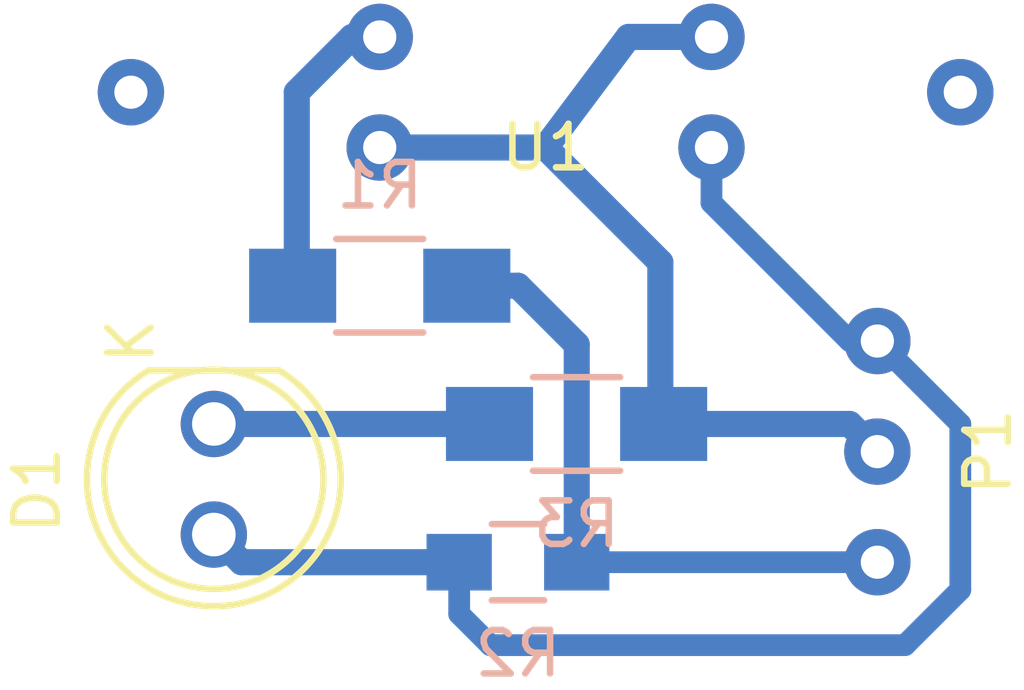
<source format=kicad_pcb>
(kicad_pcb (version 4) (host pcbnew 4.0.4+e1-6308~48~ubuntu16.04.1-stable)

  (general
    (links 10)
    (no_connects 0)
    (area 10.201 12.36 36 28.575)
    (thickness 1.6)
    (drawings 0)
    (tracks 27)
    (zones 0)
    (modules 6)
    (nets 6)
  )

  (page A4)
  (layers
    (0 F.Cu signal)
    (31 B.Cu signal)
    (32 B.Adhes user)
    (33 F.Adhes user)
    (34 B.Paste user)
    (35 F.Paste user)
    (36 B.SilkS user)
    (37 F.SilkS user)
    (38 B.Mask user)
    (39 F.Mask user)
    (40 Dwgs.User user)
    (41 Cmts.User user)
    (42 Eco1.User user)
    (43 Eco2.User user)
    (44 Edge.Cuts user)
    (45 Margin user)
    (46 B.CrtYd user)
    (47 F.CrtYd user)
    (48 B.Fab user)
    (49 F.Fab user)
  )

  (setup
    (last_trace_width 0.5)
    (trace_clearance 0.2)
    (zone_clearance 0.508)
    (zone_45_only no)
    (trace_min 0.2)
    (segment_width 0.2)
    (edge_width 0.15)
    (via_size 2)
    (via_drill 0.5)
    (via_min_size 0.4)
    (via_min_drill 0.3)
    (uvia_size 2)
    (uvia_drill 0.1)
    (uvias_allowed no)
    (uvia_min_size 0.2)
    (uvia_min_drill 0.1)
    (pcb_text_width 0.3)
    (pcb_text_size 1.5 1.5)
    (mod_edge_width 0.15)
    (mod_text_size 1 1)
    (mod_text_width 0.15)
    (pad_size 1.524 1.524)
    (pad_drill 0.762)
    (pad_to_mask_clearance 0.2)
    (aux_axis_origin 0 0)
    (grid_origin 12.065 12.065)
    (visible_elements FFFFFF7F)
    (pcbplotparams
      (layerselection 0x00030_80000001)
      (usegerberextensions false)
      (excludeedgelayer true)
      (linewidth 0.200000)
      (plotframeref false)
      (viasonmask false)
      (mode 1)
      (useauxorigin false)
      (hpglpennumber 1)
      (hpglpenspeed 20)
      (hpglpendiameter 15)
      (hpglpenoverlay 2)
      (psnegative false)
      (psa4output false)
      (plotreference true)
      (plotvalue true)
      (plotinvisibletext false)
      (padsonsilk false)
      (subtractmaskfromsilk false)
      (outputformat 1)
      (mirror false)
      (drillshape 1)
      (scaleselection 1)
      (outputdirectory ""))
  )

  (net 0 "")
  (net 1 "Net-(D1-Pad1)")
  (net 2 "Net-(D1-Pad2)")
  (net 3 +5V)
  (net 4 GND)
  (net 5 "Net-(R1-Pad2)")

  (net_class Default "This is the default net class."
    (clearance 0.2)
    (trace_width 0.5)
    (via_dia 2)
    (via_drill 0.5)
    (uvia_dia 2)
    (uvia_drill 0.1)
    (add_net +5V)
    (add_net GND)
    (add_net "Net-(D1-Pad1)")
    (add_net "Net-(D1-Pad2)")
    (add_net "Net-(R1-Pad2)")
  )

  (module endstop_002:conn3 (layer F.Cu) (tedit 5824EA46) (tstamp 5824EAC0)
    (at 30.48 22.86 90)
    (path /5824E15C)
    (fp_text reference P1 (at 0 2.54 90) (layer F.SilkS)
      (effects (font (size 1 1) (thickness 0.15)))
    )
    (fp_text value CONN_01X03 (at 0 -2.54 90) (layer F.Fab)
      (effects (font (size 1 1) (thickness 0.15)))
    )
    (pad 1 thru_hole circle (at -2.54 0 90) (size 1.524 1.524) (drill 0.762) (layers *.Cu *.Mask)
      (net 3 +5V))
    (pad 2 thru_hole circle (at 0 0 90) (size 1.524 1.524) (drill 0.762) (layers *.Cu *.Mask)
      (net 4 GND))
    (pad 3 thru_hole circle (at 2.54 0 90) (size 1.524 1.524) (drill 0.762) (layers *.Cu *.Mask)
      (net 2 "Net-(D1-Pad2)"))
  )

  (module Resistors_SMD:R_1206_HandSoldering (layer B.Cu) (tedit 5418A20D) (tstamp 5824EAC6)
    (at 19.05 19.05 180)
    (descr "Resistor SMD 1206, hand soldering")
    (tags "resistor 1206")
    (path /5824E059)
    (attr smd)
    (fp_text reference R1 (at 0 2.3 180) (layer B.SilkS)
      (effects (font (size 1 1) (thickness 0.15)) (justify mirror))
    )
    (fp_text value 180 (at 0 -2.3 180) (layer B.Fab)
      (effects (font (size 1 1) (thickness 0.15)) (justify mirror))
    )
    (fp_line (start -3.3 1.2) (end 3.3 1.2) (layer B.CrtYd) (width 0.05))
    (fp_line (start -3.3 -1.2) (end 3.3 -1.2) (layer B.CrtYd) (width 0.05))
    (fp_line (start -3.3 1.2) (end -3.3 -1.2) (layer B.CrtYd) (width 0.05))
    (fp_line (start 3.3 1.2) (end 3.3 -1.2) (layer B.CrtYd) (width 0.05))
    (fp_line (start 1 -1.075) (end -1 -1.075) (layer B.SilkS) (width 0.15))
    (fp_line (start -1 1.075) (end 1 1.075) (layer B.SilkS) (width 0.15))
    (pad 1 smd rect (at -2 0 180) (size 2 1.7) (layers B.Cu B.Paste B.Mask)
      (net 3 +5V))
    (pad 2 smd rect (at 2 0 180) (size 2 1.7) (layers B.Cu B.Paste B.Mask)
      (net 5 "Net-(R1-Pad2)"))
    (model Resistors_SMD.3dshapes/R_1206_HandSoldering.wrl
      (at (xyz 0 0 0))
      (scale (xyz 1 1 1))
      (rotate (xyz 0 0 0))
    )
  )

  (module Resistors_SMD:R_0805_HandSoldering (layer B.Cu) (tedit 54189DEE) (tstamp 5824EACC)
    (at 22.225 25.4)
    (descr "Resistor SMD 0805, hand soldering")
    (tags "resistor 0805")
    (path /5824E0B1)
    (attr smd)
    (fp_text reference R2 (at 0 2.1) (layer B.SilkS)
      (effects (font (size 1 1) (thickness 0.15)) (justify mirror))
    )
    (fp_text value 1k (at 0 -2.1) (layer B.Fab)
      (effects (font (size 1 1) (thickness 0.15)) (justify mirror))
    )
    (fp_line (start -2.4 1) (end 2.4 1) (layer B.CrtYd) (width 0.05))
    (fp_line (start -2.4 -1) (end 2.4 -1) (layer B.CrtYd) (width 0.05))
    (fp_line (start -2.4 1) (end -2.4 -1) (layer B.CrtYd) (width 0.05))
    (fp_line (start 2.4 1) (end 2.4 -1) (layer B.CrtYd) (width 0.05))
    (fp_line (start 0.6 -0.875) (end -0.6 -0.875) (layer B.SilkS) (width 0.15))
    (fp_line (start -0.6 0.875) (end 0.6 0.875) (layer B.SilkS) (width 0.15))
    (pad 1 smd rect (at -1.35 0) (size 1.5 1.3) (layers B.Cu B.Paste B.Mask)
      (net 2 "Net-(D1-Pad2)"))
    (pad 2 smd rect (at 1.35 0) (size 1.5 1.3) (layers B.Cu B.Paste B.Mask)
      (net 3 +5V))
    (model Resistors_SMD.3dshapes/R_0805_HandSoldering.wrl
      (at (xyz 0 0 0))
      (scale (xyz 1 1 1))
      (rotate (xyz 0 0 0))
    )
  )

  (module Resistors_SMD:R_1206_HandSoldering (layer B.Cu) (tedit 5418A20D) (tstamp 5824EAD2)
    (at 23.5712 22.225)
    (descr "Resistor SMD 1206, hand soldering")
    (tags "resistor 1206")
    (path /5824E0E8)
    (attr smd)
    (fp_text reference R3 (at 0 2.3) (layer B.SilkS)
      (effects (font (size 1 1) (thickness 0.15)) (justify mirror))
    )
    (fp_text value 2.2k (at 0 -2.3) (layer B.Fab)
      (effects (font (size 1 1) (thickness 0.15)) (justify mirror))
    )
    (fp_line (start -3.3 1.2) (end 3.3 1.2) (layer B.CrtYd) (width 0.05))
    (fp_line (start -3.3 -1.2) (end 3.3 -1.2) (layer B.CrtYd) (width 0.05))
    (fp_line (start -3.3 1.2) (end -3.3 -1.2) (layer B.CrtYd) (width 0.05))
    (fp_line (start 3.3 1.2) (end 3.3 -1.2) (layer B.CrtYd) (width 0.05))
    (fp_line (start 1 -1.075) (end -1 -1.075) (layer B.SilkS) (width 0.15))
    (fp_line (start -1 1.075) (end 1 1.075) (layer B.SilkS) (width 0.15))
    (pad 1 smd rect (at -2 0) (size 2 1.7) (layers B.Cu B.Paste B.Mask)
      (net 1 "Net-(D1-Pad1)"))
    (pad 2 smd rect (at 2 0) (size 2 1.7) (layers B.Cu B.Paste B.Mask)
      (net 4 GND))
    (model Resistors_SMD.3dshapes/R_1206_HandSoldering.wrl
      (at (xyz 0 0 0))
      (scale (xyz 1 1 1))
      (rotate (xyz 0 0 0))
    )
  )

  (module endstop_002:opto_endstops (layer F.Cu) (tedit 5824DDDD) (tstamp 5824EADC)
    (at 22.86 14.605)
    (path /5824E042)
    (fp_text reference U1 (at 0 1.27) (layer F.SilkS)
      (effects (font (size 1 1) (thickness 0.15)))
    )
    (fp_text value opto (at 0 -1.27) (layer F.Fab)
      (effects (font (size 1 1) (thickness 0.15)))
    )
    (pad 1 thru_hole circle (at -3.81 -1.27) (size 1.524 1.524) (drill 0.762) (layers *.Cu *.Mask)
      (net 5 "Net-(R1-Pad2)"))
    (pad 2 thru_hole circle (at -3.81 1.27) (size 1.524 1.524) (drill 0.762) (layers *.Cu *.Mask)
      (net 4 GND))
    (pad 3 thru_hole circle (at 3.81 1.27) (size 1.524 1.524) (drill 0.762) (layers *.Cu *.Mask)
      (net 2 "Net-(D1-Pad2)"))
    (pad 4 thru_hole circle (at 3.81 -1.27) (size 1.524 1.524) (drill 0.762) (layers *.Cu *.Mask)
      (net 4 GND))
    (pad 5 thru_hole circle (at 9.525 0) (size 1.524 1.524) (drill 0.762) (layers *.Cu *.Mask))
    (pad 6 thru_hole circle (at -9.525 0) (size 1.524 1.524) (drill 0.762) (layers *.Cu *.Mask))
  )

  (module endstop_002:LED-5MM-normalPads (layer F.Cu) (tedit 582CE5AC) (tstamp 5824EAB9)
    (at 15.24 22.225 270)
    (descr "LED 5mm round vertical")
    (tags "LED 5mm round vertical")
    (path /5824E13D)
    (fp_text reference D1 (at 1.524 4.064 270) (layer F.SilkS)
      (effects (font (size 1 1) (thickness 0.15)))
    )
    (fp_text value LED (at 1.524 -3.937 270) (layer F.Fab)
      (effects (font (size 1 1) (thickness 0.15)))
    )
    (fp_line (start -1.5 -1.55) (end -1.5 1.55) (layer F.CrtYd) (width 0.05))
    (fp_arc (start 1.3 0) (end -1.5 1.55) (angle -302) (layer F.CrtYd) (width 0.05))
    (fp_arc (start 1.27 0) (end -1.23 -1.5) (angle 297.5) (layer F.SilkS) (width 0.15))
    (fp_line (start -1.23 1.5) (end -1.23 -1.5) (layer F.SilkS) (width 0.15))
    (fp_circle (center 1.27 0) (end 0.97 -2.5) (layer F.SilkS) (width 0.15))
    (fp_text user K (at -1.905 1.905 270) (layer F.SilkS)
      (effects (font (size 1 1) (thickness 0.15)))
    )
    (pad 1 thru_hole circle (at 0 0) (size 1.524 1.524) (drill 1.00076) (layers *.Cu *.Mask)
      (net 1 "Net-(D1-Pad1)"))
    (pad 2 thru_hole circle (at 2.54 0 270) (size 1.524 1.524) (drill 1.00076) (layers *.Cu *.Mask)
      (net 2 "Net-(D1-Pad2)"))
    (model LEDs.3dshapes/LED-5MM.wrl
      (at (xyz 0.05 0 0))
      (scale (xyz 1 1 1))
      (rotate (xyz 0 0 90))
    )
  )

  (segment (start 21.495 22.225) (end 15.24 22.225) (width 0.6) (layer B.Cu) (net 1))
  (segment (start 26.67 15.875) (end 26.67 17.145) (width 0.5) (layer B.Cu) (net 2) (status 400000))
  (segment (start 26.67 17.145) (end 29.845 20.32) (width 0.5) (layer B.Cu) (net 2) (tstamp 582CE936) (status 800000))
  (segment (start 29.845 20.32) (end 30.48 20.32) (width 0.5) (layer B.Cu) (net 2) (tstamp 582CE937) (status C00000))
  (segment (start 20.875 25.4) (end 20.875 26.59) (width 0.5) (layer B.Cu) (net 2) (status 400000))
  (segment (start 32.385 22.225) (end 30.48 20.32) (width 0.5) (layer B.Cu) (net 2) (tstamp 582CE932) (status 800000))
  (segment (start 32.385 26.035) (end 32.385 22.225) (width 0.5) (layer B.Cu) (net 2) (tstamp 582CE92E))
  (segment (start 31.115 27.305) (end 32.385 26.035) (width 0.5) (layer B.Cu) (net 2) (tstamp 582CE92B))
  (segment (start 21.59 27.305) (end 31.115 27.305) (width 0.5) (layer B.Cu) (net 2) (tstamp 582CE928))
  (segment (start 20.875 26.59) (end 21.59 27.305) (width 0.5) (layer B.Cu) (net 2) (tstamp 582CE925))
  (segment (start 20.875 25.4) (end 15.875 25.4) (width 0.6) (layer B.Cu) (net 2))
  (segment (start 15.875 25.4) (end 15.24 24.765) (width 0.6) (layer B.Cu) (net 2) (tstamp 5824EE56))
  (segment (start 30.48 25.4) (end 23.575 25.4) (width 0.5) (layer B.Cu) (net 3) (status C00000))
  (segment (start 21.05 19.05) (end 22.225 19.05) (width 0.6) (layer B.Cu) (net 3))
  (segment (start 23.575 20.4) (end 23.575 25.4) (width 0.6) (layer B.Cu) (net 3) (tstamp 5824EE51))
  (segment (start 22.225 19.05) (end 23.575 20.4) (width 0.6) (layer B.Cu) (net 3) (tstamp 5824EE50))
  (segment (start 25.495 22.225) (end 29.845 22.225) (width 0.6) (layer B.Cu) (net 4))
  (segment (start 29.845 22.225) (end 30.48 22.86) (width 0.6) (layer B.Cu) (net 4) (tstamp 5824EE2D))
  (segment (start 26.67 13.335) (end 24.765 13.335) (width 0.6) (layer B.Cu) (net 4))
  (segment (start 24.765 13.335) (end 22.86 15.875) (width 0.6) (layer B.Cu) (net 4) (tstamp 5824ED78))
  (segment (start 25.495 22.225) (end 25.495 18.51) (width 0.6) (layer B.Cu) (net 4))
  (segment (start 25.495 18.51) (end 22.86 15.875) (width 0.6) (layer B.Cu) (net 4) (tstamp 5824EE5E))
  (segment (start 19.05 15.875) (end 21.59 15.875) (width 0.6) (layer B.Cu) (net 4))
  (segment (start 21.59 15.875) (end 22.86 15.875) (width 0.6) (layer B.Cu) (net 4) (tstamp 5824ED77))
  (segment (start 19.05 13.335) (end 18.415 13.335) (width 0.6) (layer B.Cu) (net 5))
  (segment (start 18.415 13.335) (end 17.145 14.605) (width 0.6) (layer B.Cu) (net 5) (tstamp 5824EDA3))
  (segment (start 17.145 14.605) (end 17.145 18.415) (width 0.6) (layer B.Cu) (net 5) (tstamp 5824EDA6))

)

</source>
